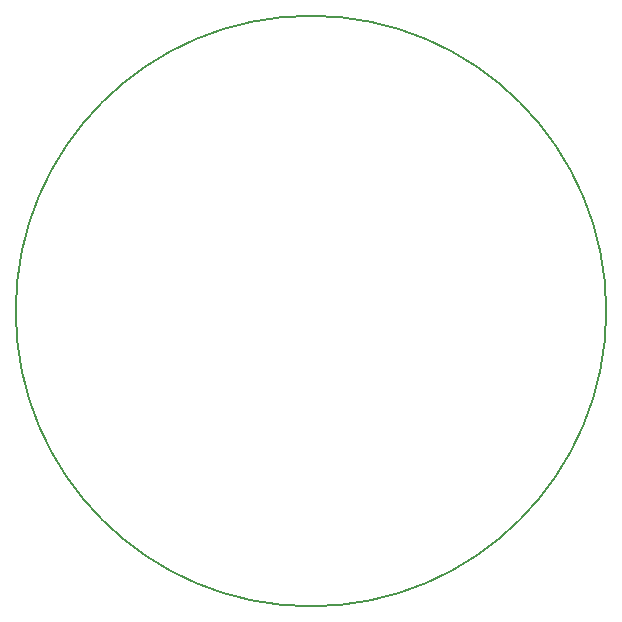
<source format=gbr>
G04 #@! TF.FileFunction,Profile,NP*
%FSLAX46Y46*%
G04 Gerber Fmt 4.6, Leading zero omitted, Abs format (unit mm)*
G04 Created by KiCad (PCBNEW 4.0.2+dfsg1-stable) date Mon 17 Oct 2016 06:19:30 PM CST*
%MOMM*%
G01*
G04 APERTURE LIST*
%ADD10C,0.100000*%
%ADD11C,0.150000*%
G04 APERTURE END LIST*
D10*
D11*
X125000000Y-100000000D02*
G75*
G03X125000000Y-100000000I-25000000J0D01*
G01*
M02*

</source>
